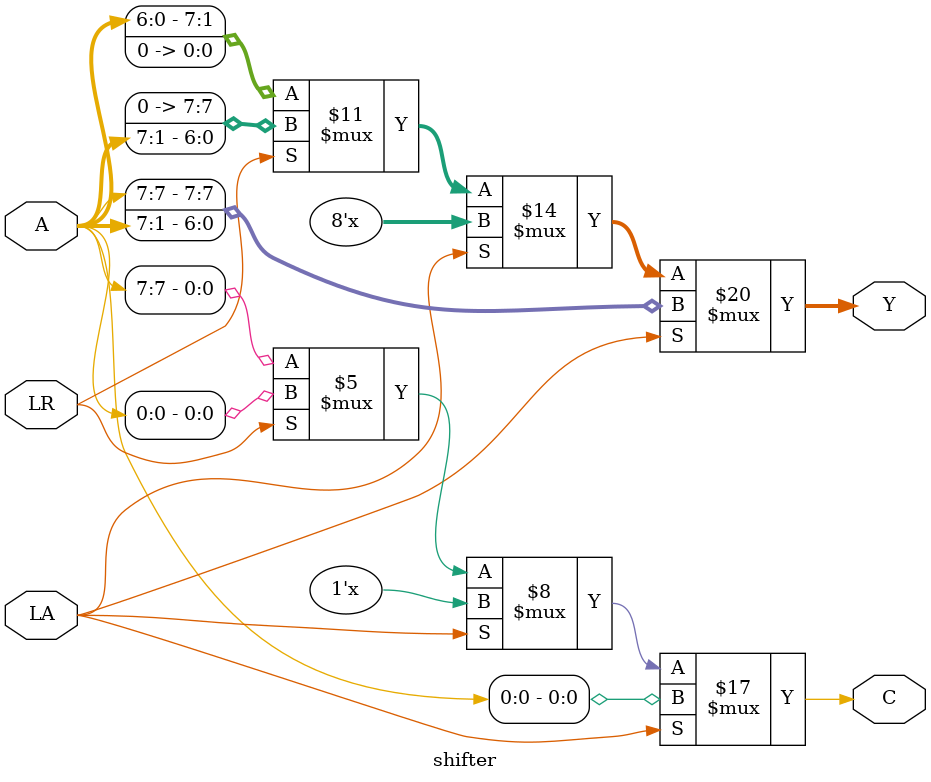
<source format=v>
module shifter(A, LA, LR, Y, C); 
// add all inputs and outputs inside parentheses

  // inputs
	input [7:0] A;
	input LA;// logical shift or arithmetic shift
	input LR; // shift left or right
	output [7:0] Y;
	output C;
	reg [7:0] Y;
	reg C;
	
always@(*) begin
	if(LA==1'b1) begin
	
		Y = {A[7], A[7:1]};
	/**
		Y[7]=A[7];
		Y[6]=A[7];
		Y[5]=A[6];
		Y[4]=A[5];
		Y[3]=A[4];
		Y[2]=A[3];
		Y[1]=A[2];
		Y[0]=A[1];
		**/
		C=A[0];
		end
		
	// SRL
		else
		begin
		if(LR==1'b1) begin
		Y ={1'b0, A[7:1]};
	/**
		Y[7]=1'b0;
		Y[6]=A[7];
		Y[5]=A[6];
		Y[4]=A[5];
		Y[3]=A[4];
		Y[2]=A[3];
		Y[1]=A[2];
		Y[0]=A[1];
		**/
		C=A[0];
		end
		
	// SLL
   else
		begin
		Y={A[6:0], 1'b0};
	/**
		Y[7]=A[6];
		Y[6]=A[5];
		Y[5]=A[4];
		Y[4]=A[3];
		Y[3]=A[2];
		Y[2]=A[1];
		Y[1]=A[0];
		Y[0]=1'b0;
		**/
		C=A[7];
	end
	end
end
endmodule
</source>
